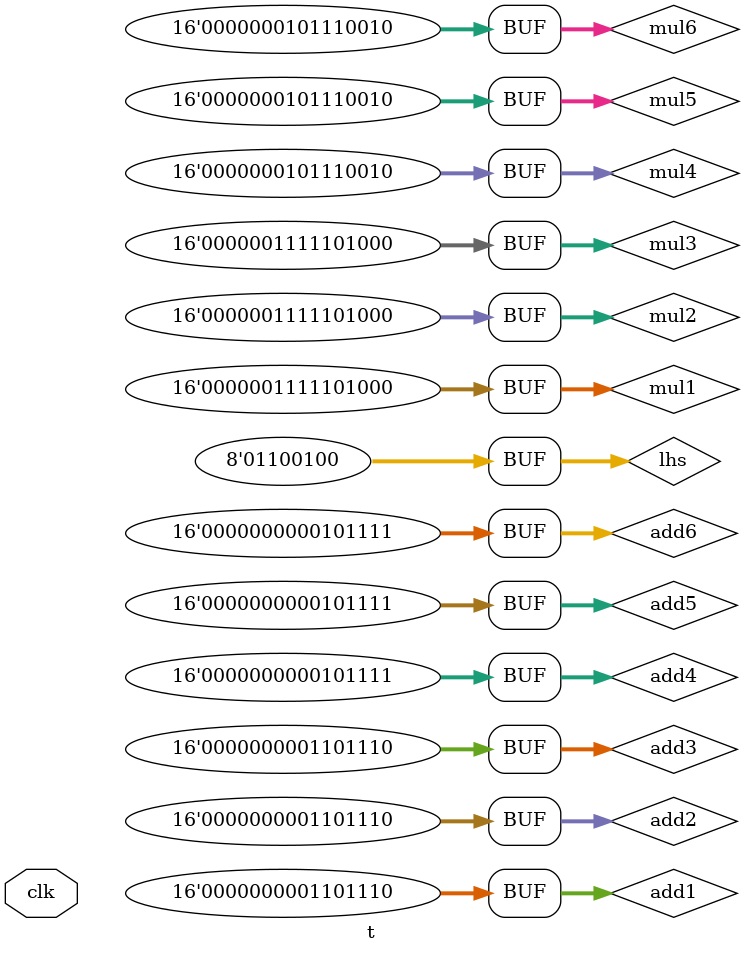
<source format=sv>
module t(
    clk
);
    input clk;

    logic [7:0] lhs = 8'd100;

    wire [15:0] mul1 = lhs * 5'd10;
    wire [15:0] mul2 = lhs * 11'd10;
    wire [15:0] mul3 = lhs * 10;

    wire [15:0] mul4 = 37 * 5'd10;
    wire [15:0] mul5 = 37 * 11'd10;
    wire [15:0] mul6 = 37 * 10;

    wire [15:0] add1 = 16'(lhs + 5'd10);
    wire [15:0] add2 = 16'(lhs + 11'd10);
    wire [15:0] add3 = 16'(lhs + 10);

    wire [15:0] add4 = 16'(37 + 5'd10);
    wire [15:0] add5 = 16'(37 + 11'd10);
    wire [15:0] add6 = 16'(37 + 10);

    always @(posedge clk) begin
        $display("#2, result=%d", lhs * 5'd10);
        $display("#2, result=%d", lhs * 11'd10);
        $display("#3, result=%d", lhs * 10);
        $display("#2, result=%d", lhs + 5'd10);
        $display("#2, result=%d", lhs + 11'd10);
        $display("#3, result=%d", lhs + 10);
    end

endmodule

</source>
